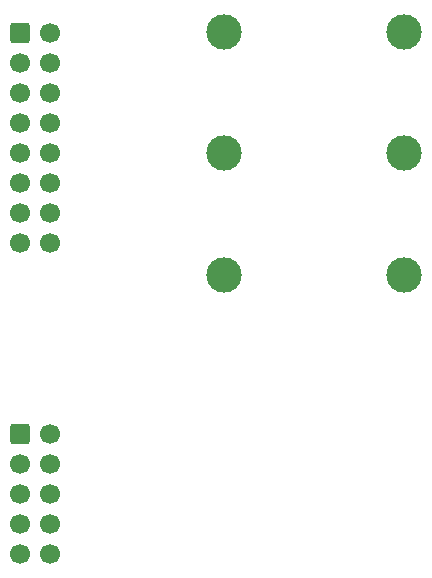
<source format=gts>
%TF.GenerationSoftware,KiCad,Pcbnew,(6.0.0-0)*%
%TF.CreationDate,2022-04-11T16:32:45+01:00*%
%TF.ProjectId,euro-power-friend,6575726f-2d70-46f7-9765-722d66726965,rev?*%
%TF.SameCoordinates,Original*%
%TF.FileFunction,Soldermask,Top*%
%TF.FilePolarity,Negative*%
%FSLAX46Y46*%
G04 Gerber Fmt 4.6, Leading zero omitted, Abs format (unit mm)*
G04 Created by KiCad (PCBNEW (6.0.0-0)) date 2022-04-11 16:32:45*
%MOMM*%
%LPD*%
G01*
G04 APERTURE LIST*
G04 Aperture macros list*
%AMRoundRect*
0 Rectangle with rounded corners*
0 $1 Rounding radius*
0 $2 $3 $4 $5 $6 $7 $8 $9 X,Y pos of 4 corners*
0 Add a 4 corners polygon primitive as box body*
4,1,4,$2,$3,$4,$5,$6,$7,$8,$9,$2,$3,0*
0 Add four circle primitives for the rounded corners*
1,1,$1+$1,$2,$3*
1,1,$1+$1,$4,$5*
1,1,$1+$1,$6,$7*
1,1,$1+$1,$8,$9*
0 Add four rect primitives between the rounded corners*
20,1,$1+$1,$2,$3,$4,$5,0*
20,1,$1+$1,$4,$5,$6,$7,0*
20,1,$1+$1,$6,$7,$8,$9,0*
20,1,$1+$1,$8,$9,$2,$3,0*%
G04 Aperture macros list end*
%ADD10RoundRect,0.250000X-0.600000X-0.600000X0.600000X-0.600000X0.600000X0.600000X-0.600000X0.600000X0*%
%ADD11C,1.700000*%
%ADD12C,3.000000*%
G04 APERTURE END LIST*
D10*
%TO.C,J5*%
X118237000Y-104569500D03*
D11*
X120777000Y-104569500D03*
X118237000Y-107109500D03*
X120777000Y-107109500D03*
X118237000Y-109649500D03*
X120777000Y-109649500D03*
X118237000Y-112189500D03*
X120777000Y-112189500D03*
X118237000Y-114729500D03*
X120777000Y-114729500D03*
%TD*%
D10*
%TO.C,J4*%
X118229806Y-70600432D03*
D11*
X120769806Y-70600432D03*
X118229806Y-73140432D03*
X120769806Y-73140432D03*
X118229806Y-75680432D03*
X120769806Y-75680432D03*
X118229806Y-78220432D03*
X120769806Y-78220432D03*
X118229806Y-80760432D03*
X120769806Y-80760432D03*
X118229806Y-83300432D03*
X120769806Y-83300432D03*
X118229806Y-85840432D03*
X120769806Y-85840432D03*
X118229806Y-88380432D03*
X120769806Y-88380432D03*
%TD*%
D12*
%TO.C,J3*%
X135449000Y-70485000D03*
X150749000Y-70485000D03*
%TD*%
%TO.C,J2*%
X150749000Y-80772000D03*
X135449000Y-80772000D03*
%TD*%
%TO.C,J1*%
X135449000Y-91059000D03*
X150749000Y-91059000D03*
%TD*%
M02*

</source>
